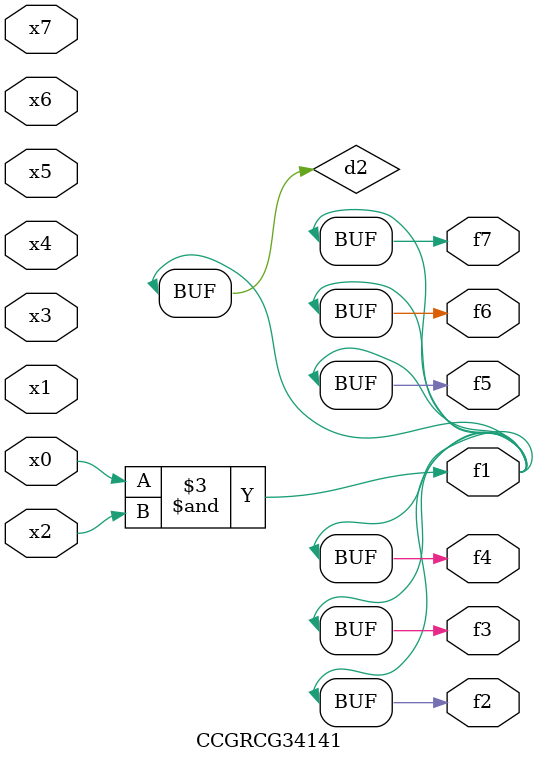
<source format=v>
module CCGRCG34141(
	input x0, x1, x2, x3, x4, x5, x6, x7,
	output f1, f2, f3, f4, f5, f6, f7
);

	wire d1, d2;

	nor (d1, x3, x6);
	and (d2, x0, x2);
	assign f1 = d2;
	assign f2 = d2;
	assign f3 = d2;
	assign f4 = d2;
	assign f5 = d2;
	assign f6 = d2;
	assign f7 = d2;
endmodule

</source>
